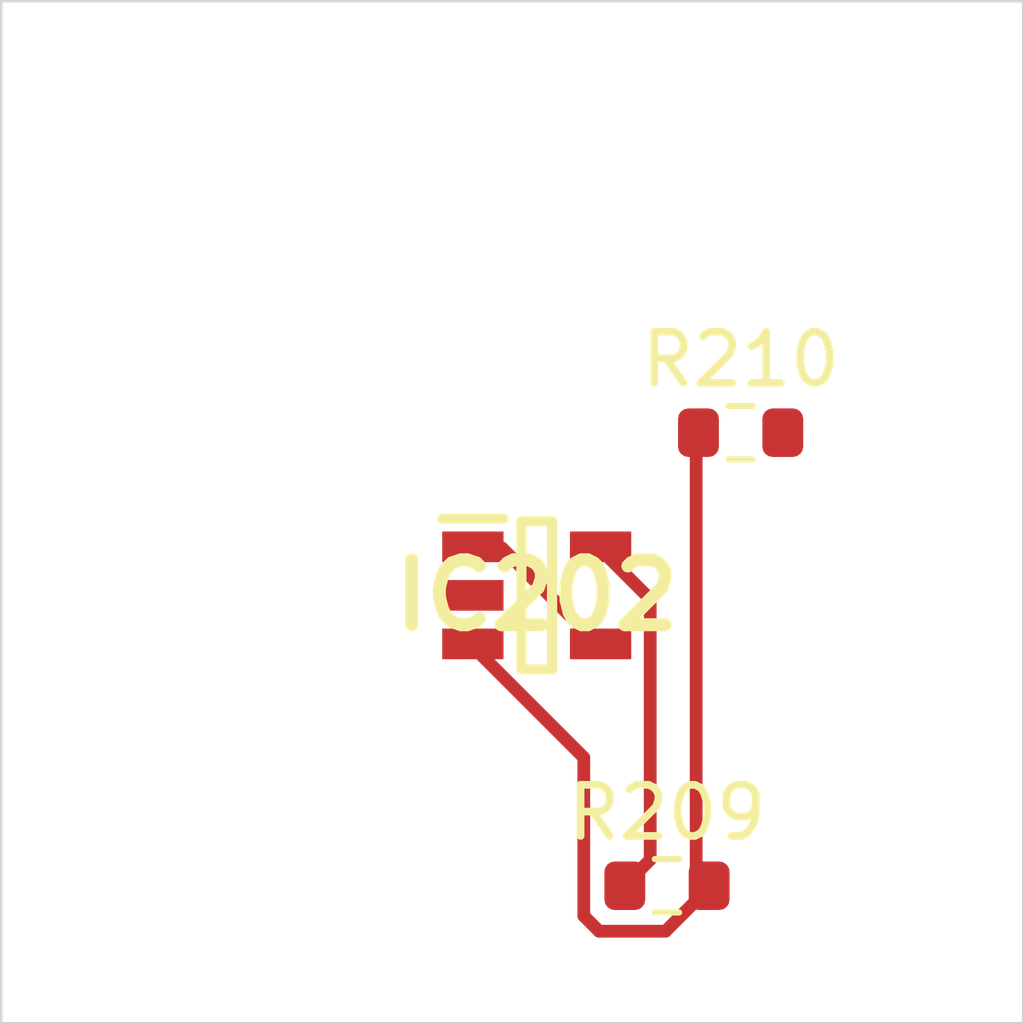
<source format=kicad_pcb>
 ( kicad_pcb  ( version 20171130 )
 ( host pcbnew 5.1.12-84ad8e8a86~92~ubuntu18.04.1 )
 ( general  ( thickness 1.6 )
 ( drawings 4 )
 ( tracks 0 )
 ( zones 0 )
 ( modules 3 )
 ( nets 5 )
)
 ( page A4 )
 ( layers  ( 0 F.Cu signal )
 ( 31 B.Cu signal )
 ( 32 B.Adhes user )
 ( 33 F.Adhes user )
 ( 34 B.Paste user )
 ( 35 F.Paste user )
 ( 36 B.SilkS user )
 ( 37 F.SilkS user )
 ( 38 B.Mask user )
 ( 39 F.Mask user )
 ( 40 Dwgs.User user )
 ( 41 Cmts.User user )
 ( 42 Eco1.User user )
 ( 43 Eco2.User user )
 ( 44 Edge.Cuts user )
 ( 45 Margin user )
 ( 46 B.CrtYd user )
 ( 47 F.CrtYd user )
 ( 48 B.Fab user )
 ( 49 F.Fab user )
)
 ( setup  ( last_trace_width 0.25 )
 ( trace_clearance 0.2 )
 ( zone_clearance 0.508 )
 ( zone_45_only no )
 ( trace_min 0.2 )
 ( via_size 0.8 )
 ( via_drill 0.4 )
 ( via_min_size 0.4 )
 ( via_min_drill 0.3 )
 ( uvia_size 0.3 )
 ( uvia_drill 0.1 )
 ( uvias_allowed no )
 ( uvia_min_size 0.2 )
 ( uvia_min_drill 0.1 )
 ( edge_width 0.05 )
 ( segment_width 0.2 )
 ( pcb_text_width 0.3 )
 ( pcb_text_size 1.5 1.5 )
 ( mod_edge_width 0.12 )
 ( mod_text_size 1 1 )
 ( mod_text_width 0.15 )
 ( pad_size 1.524 1.524 )
 ( pad_drill 0.762 )
 ( pad_to_mask_clearance 0 )
 ( aux_axis_origin 0 0 )
 ( visible_elements FFFFFF7F )
 ( pcbplotparams  ( layerselection 0x010fc_ffffffff )
 ( usegerberextensions false )
 ( usegerberattributes true )
 ( usegerberadvancedattributes true )
 ( creategerberjobfile true )
 ( excludeedgelayer true )
 ( linewidth 0.100000 )
 ( plotframeref false )
 ( viasonmask false )
 ( mode 1 )
 ( useauxorigin false )
 ( hpglpennumber 1 )
 ( hpglpenspeed 20 )
 ( hpglpendiameter 15.000000 )
 ( psnegative false )
 ( psa4output false )
 ( plotreference true )
 ( plotvalue true )
 ( plotinvisibletext false )
 ( padsonsilk false )
 ( subtractmaskfromsilk false )
 ( outputformat 1 )
 ( mirror false )
 ( drillshape 1 )
 ( scaleselection 1 )
 ( outputdirectory "" )
)
)
 ( net 0 "" )
 ( net 1 GND )
 ( net 2 VDDA )
 ( net 3 /Sheet6235D886/vp )
 ( net 4 "Net-(IC202-Pad3)" )
 ( net_class Default "This is the default net class."  ( clearance 0.2 )
 ( trace_width 0.25 )
 ( via_dia 0.8 )
 ( via_drill 0.4 )
 ( uvia_dia 0.3 )
 ( uvia_drill 0.1 )
 ( add_net /Sheet6235D886/vp )
 ( add_net GND )
 ( add_net "Net-(IC202-Pad3)" )
 ( add_net VDDA )
)
 ( module SOT95P280X145-5N locked  ( layer F.Cu )
 ( tedit 62336ED7 )
 ( tstamp 623423ED )
 ( at 90.479100 111.627000 )
 ( descr DBV0005A )
 ( tags "Integrated Circuit" )
 ( path /6235D887/6266C08E )
 ( attr smd )
 ( fp_text reference IC202  ( at 0 0 )
 ( layer F.SilkS )
 ( effects  ( font  ( size 1.27 1.27 )
 ( thickness 0.254 )
)
)
)
 ( fp_text value TL071HIDBVR  ( at 0 0 )
 ( layer F.SilkS )
hide  ( effects  ( font  ( size 1.27 1.27 )
 ( thickness 0.254 )
)
)
)
 ( fp_line  ( start -1.85 -1.5 )
 ( end -0.65 -1.5 )
 ( layer F.SilkS )
 ( width 0.2 )
)
 ( fp_line  ( start -0.3 1.45 )
 ( end -0.3 -1.45 )
 ( layer F.SilkS )
 ( width 0.2 )
)
 ( fp_line  ( start 0.3 1.45 )
 ( end -0.3 1.45 )
 ( layer F.SilkS )
 ( width 0.2 )
)
 ( fp_line  ( start 0.3 -1.45 )
 ( end 0.3 1.45 )
 ( layer F.SilkS )
 ( width 0.2 )
)
 ( fp_line  ( start -0.3 -1.45 )
 ( end 0.3 -1.45 )
 ( layer F.SilkS )
 ( width 0.2 )
)
 ( fp_line  ( start -0.8 -0.5 )
 ( end 0.15 -1.45 )
 ( layer Dwgs.User )
 ( width 0.1 )
)
 ( fp_line  ( start -0.8 1.45 )
 ( end -0.8 -1.45 )
 ( layer Dwgs.User )
 ( width 0.1 )
)
 ( fp_line  ( start 0.8 1.45 )
 ( end -0.8 1.45 )
 ( layer Dwgs.User )
 ( width 0.1 )
)
 ( fp_line  ( start 0.8 -1.45 )
 ( end 0.8 1.45 )
 ( layer Dwgs.User )
 ( width 0.1 )
)
 ( fp_line  ( start -0.8 -1.45 )
 ( end 0.8 -1.45 )
 ( layer Dwgs.User )
 ( width 0.1 )
)
 ( fp_line  ( start -2.1 1.775 )
 ( end -2.1 -1.775 )
 ( layer Dwgs.User )
 ( width 0.05 )
)
 ( fp_line  ( start 2.1 1.775 )
 ( end -2.1 1.775 )
 ( layer Dwgs.User )
 ( width 0.05 )
)
 ( fp_line  ( start 2.1 -1.775 )
 ( end 2.1 1.775 )
 ( layer Dwgs.User )
 ( width 0.05 )
)
 ( fp_line  ( start -2.1 -1.775 )
 ( end 2.1 -1.775 )
 ( layer Dwgs.User )
 ( width 0.05 )
)
 ( pad 1 smd rect  ( at -1.25 -0.95 90.000000 )
 ( size 0.6 1.2 )
 ( layers F.Cu F.Mask F.Paste )
 ( net 3 /Sheet6235D886/vp )
)
 ( pad 2 smd rect  ( at -1.25 0 90.000000 )
 ( size 0.6 1.2 )
 ( layers F.Cu F.Mask F.Paste )
 ( net 1 GND )
)
 ( pad 3 smd rect  ( at -1.25 0.95 90.000000 )
 ( size 0.6 1.2 )
 ( layers F.Cu F.Mask F.Paste )
 ( net 4 "Net-(IC202-Pad3)" )
)
 ( pad 4 smd rect  ( at 1.25 0.95 90.000000 )
 ( size 0.6 1.2 )
 ( layers F.Cu F.Mask F.Paste )
 ( net 3 /Sheet6235D886/vp )
)
 ( pad 5 smd rect  ( at 1.25 -0.95 90.000000 )
 ( size 0.6 1.2 )
 ( layers F.Cu F.Mask F.Paste )
 ( net 2 VDDA )
)
)
 ( module Resistor_SMD:R_0603_1608Metric  ( layer F.Cu )
 ( tedit 5F68FEEE )
 ( tstamp 62342595 )
 ( at 93.028300 117.310000 )
 ( descr "Resistor SMD 0603 (1608 Metric), square (rectangular) end terminal, IPC_7351 nominal, (Body size source: IPC-SM-782 page 72, https://www.pcb-3d.com/wordpress/wp-content/uploads/ipc-sm-782a_amendment_1_and_2.pdf), generated with kicad-footprint-generator" )
 ( tags resistor )
 ( path /6235D887/623CDBD9 )
 ( attr smd )
 ( fp_text reference R209  ( at 0 -1.43 )
 ( layer F.SilkS )
 ( effects  ( font  ( size 1 1 )
 ( thickness 0.15 )
)
)
)
 ( fp_text value 100k  ( at 0 1.43 )
 ( layer F.Fab )
 ( effects  ( font  ( size 1 1 )
 ( thickness 0.15 )
)
)
)
 ( fp_line  ( start -0.8 0.4125 )
 ( end -0.8 -0.4125 )
 ( layer F.Fab )
 ( width 0.1 )
)
 ( fp_line  ( start -0.8 -0.4125 )
 ( end 0.8 -0.4125 )
 ( layer F.Fab )
 ( width 0.1 )
)
 ( fp_line  ( start 0.8 -0.4125 )
 ( end 0.8 0.4125 )
 ( layer F.Fab )
 ( width 0.1 )
)
 ( fp_line  ( start 0.8 0.4125 )
 ( end -0.8 0.4125 )
 ( layer F.Fab )
 ( width 0.1 )
)
 ( fp_line  ( start -0.237258 -0.5225 )
 ( end 0.237258 -0.5225 )
 ( layer F.SilkS )
 ( width 0.12 )
)
 ( fp_line  ( start -0.237258 0.5225 )
 ( end 0.237258 0.5225 )
 ( layer F.SilkS )
 ( width 0.12 )
)
 ( fp_line  ( start -1.48 0.73 )
 ( end -1.48 -0.73 )
 ( layer F.CrtYd )
 ( width 0.05 )
)
 ( fp_line  ( start -1.48 -0.73 )
 ( end 1.48 -0.73 )
 ( layer F.CrtYd )
 ( width 0.05 )
)
 ( fp_line  ( start 1.48 -0.73 )
 ( end 1.48 0.73 )
 ( layer F.CrtYd )
 ( width 0.05 )
)
 ( fp_line  ( start 1.48 0.73 )
 ( end -1.48 0.73 )
 ( layer F.CrtYd )
 ( width 0.05 )
)
 ( fp_text user %R  ( at 0 0 )
 ( layer F.Fab )
 ( effects  ( font  ( size 0.4 0.4 )
 ( thickness 0.06 )
)
)
)
 ( pad 1 smd roundrect  ( at -0.825 0 )
 ( size 0.8 0.95 )
 ( layers F.Cu F.Mask F.Paste )
 ( roundrect_rratio 0.25 )
 ( net 2 VDDA )
)
 ( pad 2 smd roundrect  ( at 0.825 0 )
 ( size 0.8 0.95 )
 ( layers F.Cu F.Mask F.Paste )
 ( roundrect_rratio 0.25 )
 ( net 4 "Net-(IC202-Pad3)" )
)
 ( model ${KISYS3DMOD}/Resistor_SMD.3dshapes/R_0603_1608Metric.wrl  ( at  ( xyz 0 0 0 )
)
 ( scale  ( xyz 1 1 1 )
)
 ( rotate  ( xyz 0 0 0 )
)
)
)
 ( module Resistor_SMD:R_0603_1608Metric  ( layer F.Cu )
 ( tedit 5F68FEEE )
 ( tstamp 623425A6 )
 ( at 94.469700 108.443000 )
 ( descr "Resistor SMD 0603 (1608 Metric), square (rectangular) end terminal, IPC_7351 nominal, (Body size source: IPC-SM-782 page 72, https://www.pcb-3d.com/wordpress/wp-content/uploads/ipc-sm-782a_amendment_1_and_2.pdf), generated with kicad-footprint-generator" )
 ( tags resistor )
 ( path /6235D887/623CDBDF )
 ( attr smd )
 ( fp_text reference R210  ( at 0 -1.43 )
 ( layer F.SilkS )
 ( effects  ( font  ( size 1 1 )
 ( thickness 0.15 )
)
)
)
 ( fp_text value 100k  ( at 0 1.43 )
 ( layer F.Fab )
 ( effects  ( font  ( size 1 1 )
 ( thickness 0.15 )
)
)
)
 ( fp_line  ( start 1.48 0.73 )
 ( end -1.48 0.73 )
 ( layer F.CrtYd )
 ( width 0.05 )
)
 ( fp_line  ( start 1.48 -0.73 )
 ( end 1.48 0.73 )
 ( layer F.CrtYd )
 ( width 0.05 )
)
 ( fp_line  ( start -1.48 -0.73 )
 ( end 1.48 -0.73 )
 ( layer F.CrtYd )
 ( width 0.05 )
)
 ( fp_line  ( start -1.48 0.73 )
 ( end -1.48 -0.73 )
 ( layer F.CrtYd )
 ( width 0.05 )
)
 ( fp_line  ( start -0.237258 0.5225 )
 ( end 0.237258 0.5225 )
 ( layer F.SilkS )
 ( width 0.12 )
)
 ( fp_line  ( start -0.237258 -0.5225 )
 ( end 0.237258 -0.5225 )
 ( layer F.SilkS )
 ( width 0.12 )
)
 ( fp_line  ( start 0.8 0.4125 )
 ( end -0.8 0.4125 )
 ( layer F.Fab )
 ( width 0.1 )
)
 ( fp_line  ( start 0.8 -0.4125 )
 ( end 0.8 0.4125 )
 ( layer F.Fab )
 ( width 0.1 )
)
 ( fp_line  ( start -0.8 -0.4125 )
 ( end 0.8 -0.4125 )
 ( layer F.Fab )
 ( width 0.1 )
)
 ( fp_line  ( start -0.8 0.4125 )
 ( end -0.8 -0.4125 )
 ( layer F.Fab )
 ( width 0.1 )
)
 ( fp_text user %R  ( at 0 0 )
 ( layer F.Fab )
 ( effects  ( font  ( size 0.4 0.4 )
 ( thickness 0.06 )
)
)
)
 ( pad 2 smd roundrect  ( at 0.825 0 )
 ( size 0.8 0.95 )
 ( layers F.Cu F.Mask F.Paste )
 ( roundrect_rratio 0.25 )
 ( net 1 GND )
)
 ( pad 1 smd roundrect  ( at -0.825 0 )
 ( size 0.8 0.95 )
 ( layers F.Cu F.Mask F.Paste )
 ( roundrect_rratio 0.25 )
 ( net 4 "Net-(IC202-Pad3)" )
)
 ( model ${KISYS3DMOD}/Resistor_SMD.3dshapes/R_0603_1608Metric.wrl  ( at  ( xyz 0 0 0 )
)
 ( scale  ( xyz 1 1 1 )
)
 ( rotate  ( xyz 0 0 0 )
)
)
)
 ( gr_line  ( start 100 100 )
 ( end 100 120 )
 ( layer Edge.Cuts )
 ( width 0.05 )
 ( tstamp 62E770C4 )
)
 ( gr_line  ( start 80 120 )
 ( end 100 120 )
 ( layer Edge.Cuts )
 ( width 0.05 )
 ( tstamp 62E770C0 )
)
 ( gr_line  ( start 80 100 )
 ( end 100 100 )
 ( layer Edge.Cuts )
 ( width 0.05 )
 ( tstamp 6234110C )
)
 ( gr_line  ( start 80 100 )
 ( end 80 120 )
 ( layer Edge.Cuts )
 ( width 0.05 )
)
 ( segment  ( start 92.200001 117.300002 )
 ( end 92.700001 116.800002 )
 ( width 0.250000 )
 ( layer F.Cu )
 ( net 2 )
)
 ( segment  ( start 92.700001 116.800002 )
 ( end 92.700001 111.700002 )
 ( width 0.250000 )
 ( layer F.Cu )
 ( net 2 )
)
 ( segment  ( start 92.700001 111.700002 )
 ( end 91.700001 110.700002 )
 ( width 0.250000 )
 ( layer F.Cu )
 ( net 2 )
)
 ( segment  ( start 91.700001 112.600002 )
 ( end 89.800001 110.700002 )
 ( width 0.250000 )
 ( layer F.Cu )
 ( net 3 )
)
 ( segment  ( start 89.800001 110.700002 )
 ( end 89.200001 110.700002 )
 ( width 0.250000 )
 ( layer F.Cu )
 ( net 3 )
)
 ( segment  ( start 93.900001 117.300002 )
 ( end 93.000001 118.200002 )
 ( width 0.250000 )
 ( layer F.Cu )
 ( net 4 )
)
 ( segment  ( start 93.000001 118.200002 )
 ( end 91.700001 118.200002 )
 ( width 0.250000 )
 ( layer F.Cu )
 ( net 4 )
)
 ( segment  ( start 91.700001 118.200002 )
 ( end 91.400001 117.900002 )
 ( width 0.250000 )
 ( layer F.Cu )
 ( net 4 )
)
 ( segment  ( start 91.400001 117.900002 )
 ( end 91.400001 114.800002 )
 ( width 0.250000 )
 ( layer F.Cu )
 ( net 4 )
)
 ( segment  ( start 91.400001 114.800002 )
 ( end 89.200001 112.600002 )
 ( width 0.250000 )
 ( layer F.Cu )
 ( net 4 )
)
 ( segment  ( start 93.600001 108.400002 )
 ( end 93.600001 117.000002 )
 ( width 0.250000 )
 ( layer F.Cu )
 ( net 4 )
)
 ( segment  ( start 93.600001 117.000002 )
 ( end 93.900001 117.300002 )
 ( width 0.250000 )
 ( layer F.Cu )
 ( net 4 )
)
)

</source>
